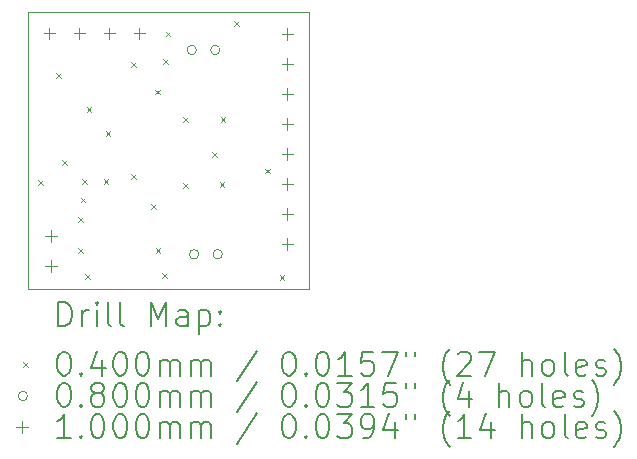
<source format=gbr>
%TF.GenerationSoftware,KiCad,Pcbnew,8.0.2*%
%TF.CreationDate,2024-05-07T13:50:07-06:00*%
%TF.ProjectId,encoder_protyping_board_high_current,656e636f-6465-4725-9f70-726f74797069,rev?*%
%TF.SameCoordinates,Original*%
%TF.FileFunction,Drillmap*%
%TF.FilePolarity,Positive*%
%FSLAX45Y45*%
G04 Gerber Fmt 4.5, Leading zero omitted, Abs format (unit mm)*
G04 Created by KiCad (PCBNEW 8.0.2) date 2024-05-07 13:50:07*
%MOMM*%
%LPD*%
G01*
G04 APERTURE LIST*
%ADD10C,0.100000*%
%ADD11C,0.200000*%
G04 APERTURE END LIST*
D10*
X18480000Y-9525000D02*
X20860000Y-9525000D01*
X20860000Y-11870000D01*
X18480000Y-11870000D01*
X18480000Y-9525000D01*
D11*
D10*
X18565000Y-10955000D02*
X18605000Y-10995000D01*
X18605000Y-10955000D02*
X18565000Y-10995000D01*
X18715000Y-10045000D02*
X18755000Y-10085000D01*
X18755000Y-10045000D02*
X18715000Y-10085000D01*
X18770000Y-10780000D02*
X18810000Y-10820000D01*
X18810000Y-10780000D02*
X18770000Y-10820000D01*
X18905000Y-11265000D02*
X18945000Y-11305000D01*
X18945000Y-11265000D02*
X18905000Y-11305000D01*
X18905000Y-11525000D02*
X18945000Y-11565000D01*
X18945000Y-11525000D02*
X18905000Y-11565000D01*
X18925000Y-11100000D02*
X18965000Y-11140000D01*
X18965000Y-11100000D02*
X18925000Y-11140000D01*
X18935000Y-10945000D02*
X18975000Y-10985000D01*
X18975000Y-10945000D02*
X18935000Y-10985000D01*
X18960000Y-11750000D02*
X19000000Y-11790000D01*
X19000000Y-11750000D02*
X18960000Y-11790000D01*
X18975000Y-10335000D02*
X19015000Y-10375000D01*
X19015000Y-10335000D02*
X18975000Y-10375000D01*
X19120000Y-10945000D02*
X19160000Y-10985000D01*
X19160000Y-10945000D02*
X19120000Y-10985000D01*
X19135000Y-10540000D02*
X19175000Y-10580000D01*
X19175000Y-10540000D02*
X19135000Y-10580000D01*
X19350000Y-9955000D02*
X19390000Y-9995000D01*
X19390000Y-9955000D02*
X19350000Y-9995000D01*
X19350000Y-10900000D02*
X19390000Y-10940000D01*
X19390000Y-10900000D02*
X19350000Y-10940000D01*
X19520000Y-11155000D02*
X19560000Y-11195000D01*
X19560000Y-11155000D02*
X19520000Y-11195000D01*
X19555000Y-10185000D02*
X19595000Y-10225000D01*
X19595000Y-10185000D02*
X19555000Y-10225000D01*
X19560000Y-11525000D02*
X19600000Y-11565000D01*
X19600000Y-11525000D02*
X19560000Y-11565000D01*
X19615000Y-11740000D02*
X19655000Y-11780000D01*
X19655000Y-11740000D02*
X19615000Y-11780000D01*
X19620000Y-9925000D02*
X19660000Y-9965000D01*
X19660000Y-9925000D02*
X19620000Y-9965000D01*
X19645000Y-9695000D02*
X19685000Y-9735000D01*
X19685000Y-9695000D02*
X19645000Y-9735000D01*
X19790000Y-10420000D02*
X19830000Y-10460000D01*
X19830000Y-10420000D02*
X19790000Y-10460000D01*
X19790000Y-10975000D02*
X19830000Y-11015000D01*
X19830000Y-10975000D02*
X19790000Y-11015000D01*
X20040000Y-10715000D02*
X20080000Y-10755000D01*
X20080000Y-10715000D02*
X20040000Y-10755000D01*
X20100000Y-10970000D02*
X20140000Y-11010000D01*
X20140000Y-10970000D02*
X20100000Y-11010000D01*
X20110000Y-10420000D02*
X20150000Y-10460000D01*
X20150000Y-10420000D02*
X20110000Y-10460000D01*
X20225000Y-9605000D02*
X20265000Y-9645000D01*
X20265000Y-9605000D02*
X20225000Y-9645000D01*
X20485000Y-10855000D02*
X20525000Y-10895000D01*
X20525000Y-10855000D02*
X20485000Y-10895000D01*
X20610000Y-11755000D02*
X20650000Y-11795000D01*
X20650000Y-11755000D02*
X20610000Y-11795000D01*
X19904489Y-9850000D02*
G75*
G02*
X19824489Y-9850000I-40000J0D01*
G01*
X19824489Y-9850000D02*
G75*
G02*
X19904489Y-9850000I40000J0D01*
G01*
X19924489Y-11580000D02*
G75*
G02*
X19844489Y-11580000I-40000J0D01*
G01*
X19844489Y-11580000D02*
G75*
G02*
X19924489Y-11580000I40000J0D01*
G01*
X20104489Y-9850000D02*
G75*
G02*
X20024489Y-9850000I-40000J0D01*
G01*
X20024489Y-9850000D02*
G75*
G02*
X20104489Y-9850000I40000J0D01*
G01*
X20124489Y-11580000D02*
G75*
G02*
X20044489Y-11580000I-40000J0D01*
G01*
X20044489Y-11580000D02*
G75*
G02*
X20124489Y-11580000I40000J0D01*
G01*
X18660000Y-9660000D02*
X18660000Y-9760000D01*
X18610000Y-9710000D02*
X18710000Y-9710000D01*
X18670000Y-11372500D02*
X18670000Y-11472500D01*
X18620000Y-11422500D02*
X18720000Y-11422500D01*
X18670000Y-11626500D02*
X18670000Y-11726500D01*
X18620000Y-11676500D02*
X18720000Y-11676500D01*
X18914000Y-9660000D02*
X18914000Y-9760000D01*
X18864000Y-9710000D02*
X18964000Y-9710000D01*
X19168000Y-9660000D02*
X19168000Y-9760000D01*
X19118000Y-9710000D02*
X19218000Y-9710000D01*
X19422000Y-9660000D02*
X19422000Y-9760000D01*
X19372000Y-9710000D02*
X19472000Y-9710000D01*
X20675000Y-9665000D02*
X20675000Y-9765000D01*
X20625000Y-9715000D02*
X20725000Y-9715000D01*
X20675000Y-9919000D02*
X20675000Y-10019000D01*
X20625000Y-9969000D02*
X20725000Y-9969000D01*
X20675000Y-10173000D02*
X20675000Y-10273000D01*
X20625000Y-10223000D02*
X20725000Y-10223000D01*
X20675000Y-10427000D02*
X20675000Y-10527000D01*
X20625000Y-10477000D02*
X20725000Y-10477000D01*
X20675000Y-10681000D02*
X20675000Y-10781000D01*
X20625000Y-10731000D02*
X20725000Y-10731000D01*
X20675000Y-10935000D02*
X20675000Y-11035000D01*
X20625000Y-10985000D02*
X20725000Y-10985000D01*
X20675000Y-11189000D02*
X20675000Y-11289000D01*
X20625000Y-11239000D02*
X20725000Y-11239000D01*
X20675000Y-11443000D02*
X20675000Y-11543000D01*
X20625000Y-11493000D02*
X20725000Y-11493000D01*
D11*
X18735777Y-12186484D02*
X18735777Y-11986484D01*
X18735777Y-11986484D02*
X18783396Y-11986484D01*
X18783396Y-11986484D02*
X18811967Y-11996008D01*
X18811967Y-11996008D02*
X18831015Y-12015055D01*
X18831015Y-12015055D02*
X18840539Y-12034103D01*
X18840539Y-12034103D02*
X18850063Y-12072198D01*
X18850063Y-12072198D02*
X18850063Y-12100769D01*
X18850063Y-12100769D02*
X18840539Y-12138865D01*
X18840539Y-12138865D02*
X18831015Y-12157912D01*
X18831015Y-12157912D02*
X18811967Y-12176960D01*
X18811967Y-12176960D02*
X18783396Y-12186484D01*
X18783396Y-12186484D02*
X18735777Y-12186484D01*
X18935777Y-12186484D02*
X18935777Y-12053150D01*
X18935777Y-12091246D02*
X18945301Y-12072198D01*
X18945301Y-12072198D02*
X18954824Y-12062674D01*
X18954824Y-12062674D02*
X18973872Y-12053150D01*
X18973872Y-12053150D02*
X18992920Y-12053150D01*
X19059586Y-12186484D02*
X19059586Y-12053150D01*
X19059586Y-11986484D02*
X19050063Y-11996008D01*
X19050063Y-11996008D02*
X19059586Y-12005531D01*
X19059586Y-12005531D02*
X19069110Y-11996008D01*
X19069110Y-11996008D02*
X19059586Y-11986484D01*
X19059586Y-11986484D02*
X19059586Y-12005531D01*
X19183396Y-12186484D02*
X19164348Y-12176960D01*
X19164348Y-12176960D02*
X19154824Y-12157912D01*
X19154824Y-12157912D02*
X19154824Y-11986484D01*
X19288158Y-12186484D02*
X19269110Y-12176960D01*
X19269110Y-12176960D02*
X19259586Y-12157912D01*
X19259586Y-12157912D02*
X19259586Y-11986484D01*
X19516729Y-12186484D02*
X19516729Y-11986484D01*
X19516729Y-11986484D02*
X19583396Y-12129341D01*
X19583396Y-12129341D02*
X19650063Y-11986484D01*
X19650063Y-11986484D02*
X19650063Y-12186484D01*
X19831015Y-12186484D02*
X19831015Y-12081722D01*
X19831015Y-12081722D02*
X19821491Y-12062674D01*
X19821491Y-12062674D02*
X19802444Y-12053150D01*
X19802444Y-12053150D02*
X19764348Y-12053150D01*
X19764348Y-12053150D02*
X19745301Y-12062674D01*
X19831015Y-12176960D02*
X19811967Y-12186484D01*
X19811967Y-12186484D02*
X19764348Y-12186484D01*
X19764348Y-12186484D02*
X19745301Y-12176960D01*
X19745301Y-12176960D02*
X19735777Y-12157912D01*
X19735777Y-12157912D02*
X19735777Y-12138865D01*
X19735777Y-12138865D02*
X19745301Y-12119817D01*
X19745301Y-12119817D02*
X19764348Y-12110293D01*
X19764348Y-12110293D02*
X19811967Y-12110293D01*
X19811967Y-12110293D02*
X19831015Y-12100769D01*
X19926253Y-12053150D02*
X19926253Y-12253150D01*
X19926253Y-12062674D02*
X19945301Y-12053150D01*
X19945301Y-12053150D02*
X19983396Y-12053150D01*
X19983396Y-12053150D02*
X20002444Y-12062674D01*
X20002444Y-12062674D02*
X20011967Y-12072198D01*
X20011967Y-12072198D02*
X20021491Y-12091246D01*
X20021491Y-12091246D02*
X20021491Y-12148388D01*
X20021491Y-12148388D02*
X20011967Y-12167436D01*
X20011967Y-12167436D02*
X20002444Y-12176960D01*
X20002444Y-12176960D02*
X19983396Y-12186484D01*
X19983396Y-12186484D02*
X19945301Y-12186484D01*
X19945301Y-12186484D02*
X19926253Y-12176960D01*
X20107205Y-12167436D02*
X20116729Y-12176960D01*
X20116729Y-12176960D02*
X20107205Y-12186484D01*
X20107205Y-12186484D02*
X20097682Y-12176960D01*
X20097682Y-12176960D02*
X20107205Y-12167436D01*
X20107205Y-12167436D02*
X20107205Y-12186484D01*
X20107205Y-12062674D02*
X20116729Y-12072198D01*
X20116729Y-12072198D02*
X20107205Y-12081722D01*
X20107205Y-12081722D02*
X20097682Y-12072198D01*
X20097682Y-12072198D02*
X20107205Y-12062674D01*
X20107205Y-12062674D02*
X20107205Y-12081722D01*
D10*
X18435000Y-12495000D02*
X18475000Y-12535000D01*
X18475000Y-12495000D02*
X18435000Y-12535000D01*
D11*
X18773872Y-12406484D02*
X18792920Y-12406484D01*
X18792920Y-12406484D02*
X18811967Y-12416008D01*
X18811967Y-12416008D02*
X18821491Y-12425531D01*
X18821491Y-12425531D02*
X18831015Y-12444579D01*
X18831015Y-12444579D02*
X18840539Y-12482674D01*
X18840539Y-12482674D02*
X18840539Y-12530293D01*
X18840539Y-12530293D02*
X18831015Y-12568388D01*
X18831015Y-12568388D02*
X18821491Y-12587436D01*
X18821491Y-12587436D02*
X18811967Y-12596960D01*
X18811967Y-12596960D02*
X18792920Y-12606484D01*
X18792920Y-12606484D02*
X18773872Y-12606484D01*
X18773872Y-12606484D02*
X18754824Y-12596960D01*
X18754824Y-12596960D02*
X18745301Y-12587436D01*
X18745301Y-12587436D02*
X18735777Y-12568388D01*
X18735777Y-12568388D02*
X18726253Y-12530293D01*
X18726253Y-12530293D02*
X18726253Y-12482674D01*
X18726253Y-12482674D02*
X18735777Y-12444579D01*
X18735777Y-12444579D02*
X18745301Y-12425531D01*
X18745301Y-12425531D02*
X18754824Y-12416008D01*
X18754824Y-12416008D02*
X18773872Y-12406484D01*
X18926253Y-12587436D02*
X18935777Y-12596960D01*
X18935777Y-12596960D02*
X18926253Y-12606484D01*
X18926253Y-12606484D02*
X18916729Y-12596960D01*
X18916729Y-12596960D02*
X18926253Y-12587436D01*
X18926253Y-12587436D02*
X18926253Y-12606484D01*
X19107205Y-12473150D02*
X19107205Y-12606484D01*
X19059586Y-12396960D02*
X19011967Y-12539817D01*
X19011967Y-12539817D02*
X19135777Y-12539817D01*
X19250063Y-12406484D02*
X19269110Y-12406484D01*
X19269110Y-12406484D02*
X19288158Y-12416008D01*
X19288158Y-12416008D02*
X19297682Y-12425531D01*
X19297682Y-12425531D02*
X19307205Y-12444579D01*
X19307205Y-12444579D02*
X19316729Y-12482674D01*
X19316729Y-12482674D02*
X19316729Y-12530293D01*
X19316729Y-12530293D02*
X19307205Y-12568388D01*
X19307205Y-12568388D02*
X19297682Y-12587436D01*
X19297682Y-12587436D02*
X19288158Y-12596960D01*
X19288158Y-12596960D02*
X19269110Y-12606484D01*
X19269110Y-12606484D02*
X19250063Y-12606484D01*
X19250063Y-12606484D02*
X19231015Y-12596960D01*
X19231015Y-12596960D02*
X19221491Y-12587436D01*
X19221491Y-12587436D02*
X19211967Y-12568388D01*
X19211967Y-12568388D02*
X19202444Y-12530293D01*
X19202444Y-12530293D02*
X19202444Y-12482674D01*
X19202444Y-12482674D02*
X19211967Y-12444579D01*
X19211967Y-12444579D02*
X19221491Y-12425531D01*
X19221491Y-12425531D02*
X19231015Y-12416008D01*
X19231015Y-12416008D02*
X19250063Y-12406484D01*
X19440539Y-12406484D02*
X19459586Y-12406484D01*
X19459586Y-12406484D02*
X19478634Y-12416008D01*
X19478634Y-12416008D02*
X19488158Y-12425531D01*
X19488158Y-12425531D02*
X19497682Y-12444579D01*
X19497682Y-12444579D02*
X19507205Y-12482674D01*
X19507205Y-12482674D02*
X19507205Y-12530293D01*
X19507205Y-12530293D02*
X19497682Y-12568388D01*
X19497682Y-12568388D02*
X19488158Y-12587436D01*
X19488158Y-12587436D02*
X19478634Y-12596960D01*
X19478634Y-12596960D02*
X19459586Y-12606484D01*
X19459586Y-12606484D02*
X19440539Y-12606484D01*
X19440539Y-12606484D02*
X19421491Y-12596960D01*
X19421491Y-12596960D02*
X19411967Y-12587436D01*
X19411967Y-12587436D02*
X19402444Y-12568388D01*
X19402444Y-12568388D02*
X19392920Y-12530293D01*
X19392920Y-12530293D02*
X19392920Y-12482674D01*
X19392920Y-12482674D02*
X19402444Y-12444579D01*
X19402444Y-12444579D02*
X19411967Y-12425531D01*
X19411967Y-12425531D02*
X19421491Y-12416008D01*
X19421491Y-12416008D02*
X19440539Y-12406484D01*
X19592920Y-12606484D02*
X19592920Y-12473150D01*
X19592920Y-12492198D02*
X19602444Y-12482674D01*
X19602444Y-12482674D02*
X19621491Y-12473150D01*
X19621491Y-12473150D02*
X19650063Y-12473150D01*
X19650063Y-12473150D02*
X19669110Y-12482674D01*
X19669110Y-12482674D02*
X19678634Y-12501722D01*
X19678634Y-12501722D02*
X19678634Y-12606484D01*
X19678634Y-12501722D02*
X19688158Y-12482674D01*
X19688158Y-12482674D02*
X19707205Y-12473150D01*
X19707205Y-12473150D02*
X19735777Y-12473150D01*
X19735777Y-12473150D02*
X19754825Y-12482674D01*
X19754825Y-12482674D02*
X19764348Y-12501722D01*
X19764348Y-12501722D02*
X19764348Y-12606484D01*
X19859586Y-12606484D02*
X19859586Y-12473150D01*
X19859586Y-12492198D02*
X19869110Y-12482674D01*
X19869110Y-12482674D02*
X19888158Y-12473150D01*
X19888158Y-12473150D02*
X19916729Y-12473150D01*
X19916729Y-12473150D02*
X19935777Y-12482674D01*
X19935777Y-12482674D02*
X19945301Y-12501722D01*
X19945301Y-12501722D02*
X19945301Y-12606484D01*
X19945301Y-12501722D02*
X19954825Y-12482674D01*
X19954825Y-12482674D02*
X19973872Y-12473150D01*
X19973872Y-12473150D02*
X20002444Y-12473150D01*
X20002444Y-12473150D02*
X20021491Y-12482674D01*
X20021491Y-12482674D02*
X20031015Y-12501722D01*
X20031015Y-12501722D02*
X20031015Y-12606484D01*
X20421491Y-12396960D02*
X20250063Y-12654103D01*
X20678634Y-12406484D02*
X20697682Y-12406484D01*
X20697682Y-12406484D02*
X20716729Y-12416008D01*
X20716729Y-12416008D02*
X20726253Y-12425531D01*
X20726253Y-12425531D02*
X20735777Y-12444579D01*
X20735777Y-12444579D02*
X20745301Y-12482674D01*
X20745301Y-12482674D02*
X20745301Y-12530293D01*
X20745301Y-12530293D02*
X20735777Y-12568388D01*
X20735777Y-12568388D02*
X20726253Y-12587436D01*
X20726253Y-12587436D02*
X20716729Y-12596960D01*
X20716729Y-12596960D02*
X20697682Y-12606484D01*
X20697682Y-12606484D02*
X20678634Y-12606484D01*
X20678634Y-12606484D02*
X20659587Y-12596960D01*
X20659587Y-12596960D02*
X20650063Y-12587436D01*
X20650063Y-12587436D02*
X20640539Y-12568388D01*
X20640539Y-12568388D02*
X20631015Y-12530293D01*
X20631015Y-12530293D02*
X20631015Y-12482674D01*
X20631015Y-12482674D02*
X20640539Y-12444579D01*
X20640539Y-12444579D02*
X20650063Y-12425531D01*
X20650063Y-12425531D02*
X20659587Y-12416008D01*
X20659587Y-12416008D02*
X20678634Y-12406484D01*
X20831015Y-12587436D02*
X20840539Y-12596960D01*
X20840539Y-12596960D02*
X20831015Y-12606484D01*
X20831015Y-12606484D02*
X20821491Y-12596960D01*
X20821491Y-12596960D02*
X20831015Y-12587436D01*
X20831015Y-12587436D02*
X20831015Y-12606484D01*
X20964348Y-12406484D02*
X20983396Y-12406484D01*
X20983396Y-12406484D02*
X21002444Y-12416008D01*
X21002444Y-12416008D02*
X21011968Y-12425531D01*
X21011968Y-12425531D02*
X21021491Y-12444579D01*
X21021491Y-12444579D02*
X21031015Y-12482674D01*
X21031015Y-12482674D02*
X21031015Y-12530293D01*
X21031015Y-12530293D02*
X21021491Y-12568388D01*
X21021491Y-12568388D02*
X21011968Y-12587436D01*
X21011968Y-12587436D02*
X21002444Y-12596960D01*
X21002444Y-12596960D02*
X20983396Y-12606484D01*
X20983396Y-12606484D02*
X20964348Y-12606484D01*
X20964348Y-12606484D02*
X20945301Y-12596960D01*
X20945301Y-12596960D02*
X20935777Y-12587436D01*
X20935777Y-12587436D02*
X20926253Y-12568388D01*
X20926253Y-12568388D02*
X20916729Y-12530293D01*
X20916729Y-12530293D02*
X20916729Y-12482674D01*
X20916729Y-12482674D02*
X20926253Y-12444579D01*
X20926253Y-12444579D02*
X20935777Y-12425531D01*
X20935777Y-12425531D02*
X20945301Y-12416008D01*
X20945301Y-12416008D02*
X20964348Y-12406484D01*
X21221491Y-12606484D02*
X21107206Y-12606484D01*
X21164348Y-12606484D02*
X21164348Y-12406484D01*
X21164348Y-12406484D02*
X21145301Y-12435055D01*
X21145301Y-12435055D02*
X21126253Y-12454103D01*
X21126253Y-12454103D02*
X21107206Y-12463627D01*
X21402444Y-12406484D02*
X21307206Y-12406484D01*
X21307206Y-12406484D02*
X21297682Y-12501722D01*
X21297682Y-12501722D02*
X21307206Y-12492198D01*
X21307206Y-12492198D02*
X21326253Y-12482674D01*
X21326253Y-12482674D02*
X21373872Y-12482674D01*
X21373872Y-12482674D02*
X21392920Y-12492198D01*
X21392920Y-12492198D02*
X21402444Y-12501722D01*
X21402444Y-12501722D02*
X21411968Y-12520769D01*
X21411968Y-12520769D02*
X21411968Y-12568388D01*
X21411968Y-12568388D02*
X21402444Y-12587436D01*
X21402444Y-12587436D02*
X21392920Y-12596960D01*
X21392920Y-12596960D02*
X21373872Y-12606484D01*
X21373872Y-12606484D02*
X21326253Y-12606484D01*
X21326253Y-12606484D02*
X21307206Y-12596960D01*
X21307206Y-12596960D02*
X21297682Y-12587436D01*
X21478634Y-12406484D02*
X21611968Y-12406484D01*
X21611968Y-12406484D02*
X21526253Y-12606484D01*
X21678634Y-12406484D02*
X21678634Y-12444579D01*
X21754825Y-12406484D02*
X21754825Y-12444579D01*
X22050063Y-12682674D02*
X22040539Y-12673150D01*
X22040539Y-12673150D02*
X22021491Y-12644579D01*
X22021491Y-12644579D02*
X22011968Y-12625531D01*
X22011968Y-12625531D02*
X22002444Y-12596960D01*
X22002444Y-12596960D02*
X21992920Y-12549341D01*
X21992920Y-12549341D02*
X21992920Y-12511246D01*
X21992920Y-12511246D02*
X22002444Y-12463627D01*
X22002444Y-12463627D02*
X22011968Y-12435055D01*
X22011968Y-12435055D02*
X22021491Y-12416008D01*
X22021491Y-12416008D02*
X22040539Y-12387436D01*
X22040539Y-12387436D02*
X22050063Y-12377912D01*
X22116730Y-12425531D02*
X22126253Y-12416008D01*
X22126253Y-12416008D02*
X22145301Y-12406484D01*
X22145301Y-12406484D02*
X22192920Y-12406484D01*
X22192920Y-12406484D02*
X22211968Y-12416008D01*
X22211968Y-12416008D02*
X22221491Y-12425531D01*
X22221491Y-12425531D02*
X22231015Y-12444579D01*
X22231015Y-12444579D02*
X22231015Y-12463627D01*
X22231015Y-12463627D02*
X22221491Y-12492198D01*
X22221491Y-12492198D02*
X22107206Y-12606484D01*
X22107206Y-12606484D02*
X22231015Y-12606484D01*
X22297682Y-12406484D02*
X22431015Y-12406484D01*
X22431015Y-12406484D02*
X22345301Y-12606484D01*
X22659587Y-12606484D02*
X22659587Y-12406484D01*
X22745301Y-12606484D02*
X22745301Y-12501722D01*
X22745301Y-12501722D02*
X22735777Y-12482674D01*
X22735777Y-12482674D02*
X22716730Y-12473150D01*
X22716730Y-12473150D02*
X22688158Y-12473150D01*
X22688158Y-12473150D02*
X22669110Y-12482674D01*
X22669110Y-12482674D02*
X22659587Y-12492198D01*
X22869110Y-12606484D02*
X22850063Y-12596960D01*
X22850063Y-12596960D02*
X22840539Y-12587436D01*
X22840539Y-12587436D02*
X22831015Y-12568388D01*
X22831015Y-12568388D02*
X22831015Y-12511246D01*
X22831015Y-12511246D02*
X22840539Y-12492198D01*
X22840539Y-12492198D02*
X22850063Y-12482674D01*
X22850063Y-12482674D02*
X22869110Y-12473150D01*
X22869110Y-12473150D02*
X22897682Y-12473150D01*
X22897682Y-12473150D02*
X22916730Y-12482674D01*
X22916730Y-12482674D02*
X22926253Y-12492198D01*
X22926253Y-12492198D02*
X22935777Y-12511246D01*
X22935777Y-12511246D02*
X22935777Y-12568388D01*
X22935777Y-12568388D02*
X22926253Y-12587436D01*
X22926253Y-12587436D02*
X22916730Y-12596960D01*
X22916730Y-12596960D02*
X22897682Y-12606484D01*
X22897682Y-12606484D02*
X22869110Y-12606484D01*
X23050063Y-12606484D02*
X23031015Y-12596960D01*
X23031015Y-12596960D02*
X23021491Y-12577912D01*
X23021491Y-12577912D02*
X23021491Y-12406484D01*
X23202444Y-12596960D02*
X23183396Y-12606484D01*
X23183396Y-12606484D02*
X23145301Y-12606484D01*
X23145301Y-12606484D02*
X23126253Y-12596960D01*
X23126253Y-12596960D02*
X23116730Y-12577912D01*
X23116730Y-12577912D02*
X23116730Y-12501722D01*
X23116730Y-12501722D02*
X23126253Y-12482674D01*
X23126253Y-12482674D02*
X23145301Y-12473150D01*
X23145301Y-12473150D02*
X23183396Y-12473150D01*
X23183396Y-12473150D02*
X23202444Y-12482674D01*
X23202444Y-12482674D02*
X23211968Y-12501722D01*
X23211968Y-12501722D02*
X23211968Y-12520769D01*
X23211968Y-12520769D02*
X23116730Y-12539817D01*
X23288158Y-12596960D02*
X23307206Y-12606484D01*
X23307206Y-12606484D02*
X23345301Y-12606484D01*
X23345301Y-12606484D02*
X23364349Y-12596960D01*
X23364349Y-12596960D02*
X23373872Y-12577912D01*
X23373872Y-12577912D02*
X23373872Y-12568388D01*
X23373872Y-12568388D02*
X23364349Y-12549341D01*
X23364349Y-12549341D02*
X23345301Y-12539817D01*
X23345301Y-12539817D02*
X23316730Y-12539817D01*
X23316730Y-12539817D02*
X23297682Y-12530293D01*
X23297682Y-12530293D02*
X23288158Y-12511246D01*
X23288158Y-12511246D02*
X23288158Y-12501722D01*
X23288158Y-12501722D02*
X23297682Y-12482674D01*
X23297682Y-12482674D02*
X23316730Y-12473150D01*
X23316730Y-12473150D02*
X23345301Y-12473150D01*
X23345301Y-12473150D02*
X23364349Y-12482674D01*
X23440539Y-12682674D02*
X23450063Y-12673150D01*
X23450063Y-12673150D02*
X23469111Y-12644579D01*
X23469111Y-12644579D02*
X23478634Y-12625531D01*
X23478634Y-12625531D02*
X23488158Y-12596960D01*
X23488158Y-12596960D02*
X23497682Y-12549341D01*
X23497682Y-12549341D02*
X23497682Y-12511246D01*
X23497682Y-12511246D02*
X23488158Y-12463627D01*
X23488158Y-12463627D02*
X23478634Y-12435055D01*
X23478634Y-12435055D02*
X23469111Y-12416008D01*
X23469111Y-12416008D02*
X23450063Y-12387436D01*
X23450063Y-12387436D02*
X23440539Y-12377912D01*
D10*
X18475000Y-12779000D02*
G75*
G02*
X18395000Y-12779000I-40000J0D01*
G01*
X18395000Y-12779000D02*
G75*
G02*
X18475000Y-12779000I40000J0D01*
G01*
D11*
X18773872Y-12670484D02*
X18792920Y-12670484D01*
X18792920Y-12670484D02*
X18811967Y-12680008D01*
X18811967Y-12680008D02*
X18821491Y-12689531D01*
X18821491Y-12689531D02*
X18831015Y-12708579D01*
X18831015Y-12708579D02*
X18840539Y-12746674D01*
X18840539Y-12746674D02*
X18840539Y-12794293D01*
X18840539Y-12794293D02*
X18831015Y-12832388D01*
X18831015Y-12832388D02*
X18821491Y-12851436D01*
X18821491Y-12851436D02*
X18811967Y-12860960D01*
X18811967Y-12860960D02*
X18792920Y-12870484D01*
X18792920Y-12870484D02*
X18773872Y-12870484D01*
X18773872Y-12870484D02*
X18754824Y-12860960D01*
X18754824Y-12860960D02*
X18745301Y-12851436D01*
X18745301Y-12851436D02*
X18735777Y-12832388D01*
X18735777Y-12832388D02*
X18726253Y-12794293D01*
X18726253Y-12794293D02*
X18726253Y-12746674D01*
X18726253Y-12746674D02*
X18735777Y-12708579D01*
X18735777Y-12708579D02*
X18745301Y-12689531D01*
X18745301Y-12689531D02*
X18754824Y-12680008D01*
X18754824Y-12680008D02*
X18773872Y-12670484D01*
X18926253Y-12851436D02*
X18935777Y-12860960D01*
X18935777Y-12860960D02*
X18926253Y-12870484D01*
X18926253Y-12870484D02*
X18916729Y-12860960D01*
X18916729Y-12860960D02*
X18926253Y-12851436D01*
X18926253Y-12851436D02*
X18926253Y-12870484D01*
X19050063Y-12756198D02*
X19031015Y-12746674D01*
X19031015Y-12746674D02*
X19021491Y-12737150D01*
X19021491Y-12737150D02*
X19011967Y-12718103D01*
X19011967Y-12718103D02*
X19011967Y-12708579D01*
X19011967Y-12708579D02*
X19021491Y-12689531D01*
X19021491Y-12689531D02*
X19031015Y-12680008D01*
X19031015Y-12680008D02*
X19050063Y-12670484D01*
X19050063Y-12670484D02*
X19088158Y-12670484D01*
X19088158Y-12670484D02*
X19107205Y-12680008D01*
X19107205Y-12680008D02*
X19116729Y-12689531D01*
X19116729Y-12689531D02*
X19126253Y-12708579D01*
X19126253Y-12708579D02*
X19126253Y-12718103D01*
X19126253Y-12718103D02*
X19116729Y-12737150D01*
X19116729Y-12737150D02*
X19107205Y-12746674D01*
X19107205Y-12746674D02*
X19088158Y-12756198D01*
X19088158Y-12756198D02*
X19050063Y-12756198D01*
X19050063Y-12756198D02*
X19031015Y-12765722D01*
X19031015Y-12765722D02*
X19021491Y-12775246D01*
X19021491Y-12775246D02*
X19011967Y-12794293D01*
X19011967Y-12794293D02*
X19011967Y-12832388D01*
X19011967Y-12832388D02*
X19021491Y-12851436D01*
X19021491Y-12851436D02*
X19031015Y-12860960D01*
X19031015Y-12860960D02*
X19050063Y-12870484D01*
X19050063Y-12870484D02*
X19088158Y-12870484D01*
X19088158Y-12870484D02*
X19107205Y-12860960D01*
X19107205Y-12860960D02*
X19116729Y-12851436D01*
X19116729Y-12851436D02*
X19126253Y-12832388D01*
X19126253Y-12832388D02*
X19126253Y-12794293D01*
X19126253Y-12794293D02*
X19116729Y-12775246D01*
X19116729Y-12775246D02*
X19107205Y-12765722D01*
X19107205Y-12765722D02*
X19088158Y-12756198D01*
X19250063Y-12670484D02*
X19269110Y-12670484D01*
X19269110Y-12670484D02*
X19288158Y-12680008D01*
X19288158Y-12680008D02*
X19297682Y-12689531D01*
X19297682Y-12689531D02*
X19307205Y-12708579D01*
X19307205Y-12708579D02*
X19316729Y-12746674D01*
X19316729Y-12746674D02*
X19316729Y-12794293D01*
X19316729Y-12794293D02*
X19307205Y-12832388D01*
X19307205Y-12832388D02*
X19297682Y-12851436D01*
X19297682Y-12851436D02*
X19288158Y-12860960D01*
X19288158Y-12860960D02*
X19269110Y-12870484D01*
X19269110Y-12870484D02*
X19250063Y-12870484D01*
X19250063Y-12870484D02*
X19231015Y-12860960D01*
X19231015Y-12860960D02*
X19221491Y-12851436D01*
X19221491Y-12851436D02*
X19211967Y-12832388D01*
X19211967Y-12832388D02*
X19202444Y-12794293D01*
X19202444Y-12794293D02*
X19202444Y-12746674D01*
X19202444Y-12746674D02*
X19211967Y-12708579D01*
X19211967Y-12708579D02*
X19221491Y-12689531D01*
X19221491Y-12689531D02*
X19231015Y-12680008D01*
X19231015Y-12680008D02*
X19250063Y-12670484D01*
X19440539Y-12670484D02*
X19459586Y-12670484D01*
X19459586Y-12670484D02*
X19478634Y-12680008D01*
X19478634Y-12680008D02*
X19488158Y-12689531D01*
X19488158Y-12689531D02*
X19497682Y-12708579D01*
X19497682Y-12708579D02*
X19507205Y-12746674D01*
X19507205Y-12746674D02*
X19507205Y-12794293D01*
X19507205Y-12794293D02*
X19497682Y-12832388D01*
X19497682Y-12832388D02*
X19488158Y-12851436D01*
X19488158Y-12851436D02*
X19478634Y-12860960D01*
X19478634Y-12860960D02*
X19459586Y-12870484D01*
X19459586Y-12870484D02*
X19440539Y-12870484D01*
X19440539Y-12870484D02*
X19421491Y-12860960D01*
X19421491Y-12860960D02*
X19411967Y-12851436D01*
X19411967Y-12851436D02*
X19402444Y-12832388D01*
X19402444Y-12832388D02*
X19392920Y-12794293D01*
X19392920Y-12794293D02*
X19392920Y-12746674D01*
X19392920Y-12746674D02*
X19402444Y-12708579D01*
X19402444Y-12708579D02*
X19411967Y-12689531D01*
X19411967Y-12689531D02*
X19421491Y-12680008D01*
X19421491Y-12680008D02*
X19440539Y-12670484D01*
X19592920Y-12870484D02*
X19592920Y-12737150D01*
X19592920Y-12756198D02*
X19602444Y-12746674D01*
X19602444Y-12746674D02*
X19621491Y-12737150D01*
X19621491Y-12737150D02*
X19650063Y-12737150D01*
X19650063Y-12737150D02*
X19669110Y-12746674D01*
X19669110Y-12746674D02*
X19678634Y-12765722D01*
X19678634Y-12765722D02*
X19678634Y-12870484D01*
X19678634Y-12765722D02*
X19688158Y-12746674D01*
X19688158Y-12746674D02*
X19707205Y-12737150D01*
X19707205Y-12737150D02*
X19735777Y-12737150D01*
X19735777Y-12737150D02*
X19754825Y-12746674D01*
X19754825Y-12746674D02*
X19764348Y-12765722D01*
X19764348Y-12765722D02*
X19764348Y-12870484D01*
X19859586Y-12870484D02*
X19859586Y-12737150D01*
X19859586Y-12756198D02*
X19869110Y-12746674D01*
X19869110Y-12746674D02*
X19888158Y-12737150D01*
X19888158Y-12737150D02*
X19916729Y-12737150D01*
X19916729Y-12737150D02*
X19935777Y-12746674D01*
X19935777Y-12746674D02*
X19945301Y-12765722D01*
X19945301Y-12765722D02*
X19945301Y-12870484D01*
X19945301Y-12765722D02*
X19954825Y-12746674D01*
X19954825Y-12746674D02*
X19973872Y-12737150D01*
X19973872Y-12737150D02*
X20002444Y-12737150D01*
X20002444Y-12737150D02*
X20021491Y-12746674D01*
X20021491Y-12746674D02*
X20031015Y-12765722D01*
X20031015Y-12765722D02*
X20031015Y-12870484D01*
X20421491Y-12660960D02*
X20250063Y-12918103D01*
X20678634Y-12670484D02*
X20697682Y-12670484D01*
X20697682Y-12670484D02*
X20716729Y-12680008D01*
X20716729Y-12680008D02*
X20726253Y-12689531D01*
X20726253Y-12689531D02*
X20735777Y-12708579D01*
X20735777Y-12708579D02*
X20745301Y-12746674D01*
X20745301Y-12746674D02*
X20745301Y-12794293D01*
X20745301Y-12794293D02*
X20735777Y-12832388D01*
X20735777Y-12832388D02*
X20726253Y-12851436D01*
X20726253Y-12851436D02*
X20716729Y-12860960D01*
X20716729Y-12860960D02*
X20697682Y-12870484D01*
X20697682Y-12870484D02*
X20678634Y-12870484D01*
X20678634Y-12870484D02*
X20659587Y-12860960D01*
X20659587Y-12860960D02*
X20650063Y-12851436D01*
X20650063Y-12851436D02*
X20640539Y-12832388D01*
X20640539Y-12832388D02*
X20631015Y-12794293D01*
X20631015Y-12794293D02*
X20631015Y-12746674D01*
X20631015Y-12746674D02*
X20640539Y-12708579D01*
X20640539Y-12708579D02*
X20650063Y-12689531D01*
X20650063Y-12689531D02*
X20659587Y-12680008D01*
X20659587Y-12680008D02*
X20678634Y-12670484D01*
X20831015Y-12851436D02*
X20840539Y-12860960D01*
X20840539Y-12860960D02*
X20831015Y-12870484D01*
X20831015Y-12870484D02*
X20821491Y-12860960D01*
X20821491Y-12860960D02*
X20831015Y-12851436D01*
X20831015Y-12851436D02*
X20831015Y-12870484D01*
X20964348Y-12670484D02*
X20983396Y-12670484D01*
X20983396Y-12670484D02*
X21002444Y-12680008D01*
X21002444Y-12680008D02*
X21011968Y-12689531D01*
X21011968Y-12689531D02*
X21021491Y-12708579D01*
X21021491Y-12708579D02*
X21031015Y-12746674D01*
X21031015Y-12746674D02*
X21031015Y-12794293D01*
X21031015Y-12794293D02*
X21021491Y-12832388D01*
X21021491Y-12832388D02*
X21011968Y-12851436D01*
X21011968Y-12851436D02*
X21002444Y-12860960D01*
X21002444Y-12860960D02*
X20983396Y-12870484D01*
X20983396Y-12870484D02*
X20964348Y-12870484D01*
X20964348Y-12870484D02*
X20945301Y-12860960D01*
X20945301Y-12860960D02*
X20935777Y-12851436D01*
X20935777Y-12851436D02*
X20926253Y-12832388D01*
X20926253Y-12832388D02*
X20916729Y-12794293D01*
X20916729Y-12794293D02*
X20916729Y-12746674D01*
X20916729Y-12746674D02*
X20926253Y-12708579D01*
X20926253Y-12708579D02*
X20935777Y-12689531D01*
X20935777Y-12689531D02*
X20945301Y-12680008D01*
X20945301Y-12680008D02*
X20964348Y-12670484D01*
X21097682Y-12670484D02*
X21221491Y-12670484D01*
X21221491Y-12670484D02*
X21154825Y-12746674D01*
X21154825Y-12746674D02*
X21183396Y-12746674D01*
X21183396Y-12746674D02*
X21202444Y-12756198D01*
X21202444Y-12756198D02*
X21211968Y-12765722D01*
X21211968Y-12765722D02*
X21221491Y-12784769D01*
X21221491Y-12784769D02*
X21221491Y-12832388D01*
X21221491Y-12832388D02*
X21211968Y-12851436D01*
X21211968Y-12851436D02*
X21202444Y-12860960D01*
X21202444Y-12860960D02*
X21183396Y-12870484D01*
X21183396Y-12870484D02*
X21126253Y-12870484D01*
X21126253Y-12870484D02*
X21107206Y-12860960D01*
X21107206Y-12860960D02*
X21097682Y-12851436D01*
X21411968Y-12870484D02*
X21297682Y-12870484D01*
X21354825Y-12870484D02*
X21354825Y-12670484D01*
X21354825Y-12670484D02*
X21335777Y-12699055D01*
X21335777Y-12699055D02*
X21316729Y-12718103D01*
X21316729Y-12718103D02*
X21297682Y-12727627D01*
X21592920Y-12670484D02*
X21497682Y-12670484D01*
X21497682Y-12670484D02*
X21488158Y-12765722D01*
X21488158Y-12765722D02*
X21497682Y-12756198D01*
X21497682Y-12756198D02*
X21516729Y-12746674D01*
X21516729Y-12746674D02*
X21564349Y-12746674D01*
X21564349Y-12746674D02*
X21583396Y-12756198D01*
X21583396Y-12756198D02*
X21592920Y-12765722D01*
X21592920Y-12765722D02*
X21602444Y-12784769D01*
X21602444Y-12784769D02*
X21602444Y-12832388D01*
X21602444Y-12832388D02*
X21592920Y-12851436D01*
X21592920Y-12851436D02*
X21583396Y-12860960D01*
X21583396Y-12860960D02*
X21564349Y-12870484D01*
X21564349Y-12870484D02*
X21516729Y-12870484D01*
X21516729Y-12870484D02*
X21497682Y-12860960D01*
X21497682Y-12860960D02*
X21488158Y-12851436D01*
X21678634Y-12670484D02*
X21678634Y-12708579D01*
X21754825Y-12670484D02*
X21754825Y-12708579D01*
X22050063Y-12946674D02*
X22040539Y-12937150D01*
X22040539Y-12937150D02*
X22021491Y-12908579D01*
X22021491Y-12908579D02*
X22011968Y-12889531D01*
X22011968Y-12889531D02*
X22002444Y-12860960D01*
X22002444Y-12860960D02*
X21992920Y-12813341D01*
X21992920Y-12813341D02*
X21992920Y-12775246D01*
X21992920Y-12775246D02*
X22002444Y-12727627D01*
X22002444Y-12727627D02*
X22011968Y-12699055D01*
X22011968Y-12699055D02*
X22021491Y-12680008D01*
X22021491Y-12680008D02*
X22040539Y-12651436D01*
X22040539Y-12651436D02*
X22050063Y-12641912D01*
X22211968Y-12737150D02*
X22211968Y-12870484D01*
X22164349Y-12660960D02*
X22116730Y-12803817D01*
X22116730Y-12803817D02*
X22240539Y-12803817D01*
X22469110Y-12870484D02*
X22469110Y-12670484D01*
X22554825Y-12870484D02*
X22554825Y-12765722D01*
X22554825Y-12765722D02*
X22545301Y-12746674D01*
X22545301Y-12746674D02*
X22526253Y-12737150D01*
X22526253Y-12737150D02*
X22497682Y-12737150D01*
X22497682Y-12737150D02*
X22478634Y-12746674D01*
X22478634Y-12746674D02*
X22469110Y-12756198D01*
X22678634Y-12870484D02*
X22659587Y-12860960D01*
X22659587Y-12860960D02*
X22650063Y-12851436D01*
X22650063Y-12851436D02*
X22640539Y-12832388D01*
X22640539Y-12832388D02*
X22640539Y-12775246D01*
X22640539Y-12775246D02*
X22650063Y-12756198D01*
X22650063Y-12756198D02*
X22659587Y-12746674D01*
X22659587Y-12746674D02*
X22678634Y-12737150D01*
X22678634Y-12737150D02*
X22707206Y-12737150D01*
X22707206Y-12737150D02*
X22726253Y-12746674D01*
X22726253Y-12746674D02*
X22735777Y-12756198D01*
X22735777Y-12756198D02*
X22745301Y-12775246D01*
X22745301Y-12775246D02*
X22745301Y-12832388D01*
X22745301Y-12832388D02*
X22735777Y-12851436D01*
X22735777Y-12851436D02*
X22726253Y-12860960D01*
X22726253Y-12860960D02*
X22707206Y-12870484D01*
X22707206Y-12870484D02*
X22678634Y-12870484D01*
X22859587Y-12870484D02*
X22840539Y-12860960D01*
X22840539Y-12860960D02*
X22831015Y-12841912D01*
X22831015Y-12841912D02*
X22831015Y-12670484D01*
X23011968Y-12860960D02*
X22992920Y-12870484D01*
X22992920Y-12870484D02*
X22954825Y-12870484D01*
X22954825Y-12870484D02*
X22935777Y-12860960D01*
X22935777Y-12860960D02*
X22926253Y-12841912D01*
X22926253Y-12841912D02*
X22926253Y-12765722D01*
X22926253Y-12765722D02*
X22935777Y-12746674D01*
X22935777Y-12746674D02*
X22954825Y-12737150D01*
X22954825Y-12737150D02*
X22992920Y-12737150D01*
X22992920Y-12737150D02*
X23011968Y-12746674D01*
X23011968Y-12746674D02*
X23021491Y-12765722D01*
X23021491Y-12765722D02*
X23021491Y-12784769D01*
X23021491Y-12784769D02*
X22926253Y-12803817D01*
X23097682Y-12860960D02*
X23116730Y-12870484D01*
X23116730Y-12870484D02*
X23154825Y-12870484D01*
X23154825Y-12870484D02*
X23173872Y-12860960D01*
X23173872Y-12860960D02*
X23183396Y-12841912D01*
X23183396Y-12841912D02*
X23183396Y-12832388D01*
X23183396Y-12832388D02*
X23173872Y-12813341D01*
X23173872Y-12813341D02*
X23154825Y-12803817D01*
X23154825Y-12803817D02*
X23126253Y-12803817D01*
X23126253Y-12803817D02*
X23107206Y-12794293D01*
X23107206Y-12794293D02*
X23097682Y-12775246D01*
X23097682Y-12775246D02*
X23097682Y-12765722D01*
X23097682Y-12765722D02*
X23107206Y-12746674D01*
X23107206Y-12746674D02*
X23126253Y-12737150D01*
X23126253Y-12737150D02*
X23154825Y-12737150D01*
X23154825Y-12737150D02*
X23173872Y-12746674D01*
X23250063Y-12946674D02*
X23259587Y-12937150D01*
X23259587Y-12937150D02*
X23278634Y-12908579D01*
X23278634Y-12908579D02*
X23288158Y-12889531D01*
X23288158Y-12889531D02*
X23297682Y-12860960D01*
X23297682Y-12860960D02*
X23307206Y-12813341D01*
X23307206Y-12813341D02*
X23307206Y-12775246D01*
X23307206Y-12775246D02*
X23297682Y-12727627D01*
X23297682Y-12727627D02*
X23288158Y-12699055D01*
X23288158Y-12699055D02*
X23278634Y-12680008D01*
X23278634Y-12680008D02*
X23259587Y-12651436D01*
X23259587Y-12651436D02*
X23250063Y-12641912D01*
D10*
X18425000Y-12993000D02*
X18425000Y-13093000D01*
X18375000Y-13043000D02*
X18475000Y-13043000D01*
D11*
X18840539Y-13134484D02*
X18726253Y-13134484D01*
X18783396Y-13134484D02*
X18783396Y-12934484D01*
X18783396Y-12934484D02*
X18764348Y-12963055D01*
X18764348Y-12963055D02*
X18745301Y-12982103D01*
X18745301Y-12982103D02*
X18726253Y-12991627D01*
X18926253Y-13115436D02*
X18935777Y-13124960D01*
X18935777Y-13124960D02*
X18926253Y-13134484D01*
X18926253Y-13134484D02*
X18916729Y-13124960D01*
X18916729Y-13124960D02*
X18926253Y-13115436D01*
X18926253Y-13115436D02*
X18926253Y-13134484D01*
X19059586Y-12934484D02*
X19078634Y-12934484D01*
X19078634Y-12934484D02*
X19097682Y-12944008D01*
X19097682Y-12944008D02*
X19107205Y-12953531D01*
X19107205Y-12953531D02*
X19116729Y-12972579D01*
X19116729Y-12972579D02*
X19126253Y-13010674D01*
X19126253Y-13010674D02*
X19126253Y-13058293D01*
X19126253Y-13058293D02*
X19116729Y-13096388D01*
X19116729Y-13096388D02*
X19107205Y-13115436D01*
X19107205Y-13115436D02*
X19097682Y-13124960D01*
X19097682Y-13124960D02*
X19078634Y-13134484D01*
X19078634Y-13134484D02*
X19059586Y-13134484D01*
X19059586Y-13134484D02*
X19040539Y-13124960D01*
X19040539Y-13124960D02*
X19031015Y-13115436D01*
X19031015Y-13115436D02*
X19021491Y-13096388D01*
X19021491Y-13096388D02*
X19011967Y-13058293D01*
X19011967Y-13058293D02*
X19011967Y-13010674D01*
X19011967Y-13010674D02*
X19021491Y-12972579D01*
X19021491Y-12972579D02*
X19031015Y-12953531D01*
X19031015Y-12953531D02*
X19040539Y-12944008D01*
X19040539Y-12944008D02*
X19059586Y-12934484D01*
X19250063Y-12934484D02*
X19269110Y-12934484D01*
X19269110Y-12934484D02*
X19288158Y-12944008D01*
X19288158Y-12944008D02*
X19297682Y-12953531D01*
X19297682Y-12953531D02*
X19307205Y-12972579D01*
X19307205Y-12972579D02*
X19316729Y-13010674D01*
X19316729Y-13010674D02*
X19316729Y-13058293D01*
X19316729Y-13058293D02*
X19307205Y-13096388D01*
X19307205Y-13096388D02*
X19297682Y-13115436D01*
X19297682Y-13115436D02*
X19288158Y-13124960D01*
X19288158Y-13124960D02*
X19269110Y-13134484D01*
X19269110Y-13134484D02*
X19250063Y-13134484D01*
X19250063Y-13134484D02*
X19231015Y-13124960D01*
X19231015Y-13124960D02*
X19221491Y-13115436D01*
X19221491Y-13115436D02*
X19211967Y-13096388D01*
X19211967Y-13096388D02*
X19202444Y-13058293D01*
X19202444Y-13058293D02*
X19202444Y-13010674D01*
X19202444Y-13010674D02*
X19211967Y-12972579D01*
X19211967Y-12972579D02*
X19221491Y-12953531D01*
X19221491Y-12953531D02*
X19231015Y-12944008D01*
X19231015Y-12944008D02*
X19250063Y-12934484D01*
X19440539Y-12934484D02*
X19459586Y-12934484D01*
X19459586Y-12934484D02*
X19478634Y-12944008D01*
X19478634Y-12944008D02*
X19488158Y-12953531D01*
X19488158Y-12953531D02*
X19497682Y-12972579D01*
X19497682Y-12972579D02*
X19507205Y-13010674D01*
X19507205Y-13010674D02*
X19507205Y-13058293D01*
X19507205Y-13058293D02*
X19497682Y-13096388D01*
X19497682Y-13096388D02*
X19488158Y-13115436D01*
X19488158Y-13115436D02*
X19478634Y-13124960D01*
X19478634Y-13124960D02*
X19459586Y-13134484D01*
X19459586Y-13134484D02*
X19440539Y-13134484D01*
X19440539Y-13134484D02*
X19421491Y-13124960D01*
X19421491Y-13124960D02*
X19411967Y-13115436D01*
X19411967Y-13115436D02*
X19402444Y-13096388D01*
X19402444Y-13096388D02*
X19392920Y-13058293D01*
X19392920Y-13058293D02*
X19392920Y-13010674D01*
X19392920Y-13010674D02*
X19402444Y-12972579D01*
X19402444Y-12972579D02*
X19411967Y-12953531D01*
X19411967Y-12953531D02*
X19421491Y-12944008D01*
X19421491Y-12944008D02*
X19440539Y-12934484D01*
X19592920Y-13134484D02*
X19592920Y-13001150D01*
X19592920Y-13020198D02*
X19602444Y-13010674D01*
X19602444Y-13010674D02*
X19621491Y-13001150D01*
X19621491Y-13001150D02*
X19650063Y-13001150D01*
X19650063Y-13001150D02*
X19669110Y-13010674D01*
X19669110Y-13010674D02*
X19678634Y-13029722D01*
X19678634Y-13029722D02*
X19678634Y-13134484D01*
X19678634Y-13029722D02*
X19688158Y-13010674D01*
X19688158Y-13010674D02*
X19707205Y-13001150D01*
X19707205Y-13001150D02*
X19735777Y-13001150D01*
X19735777Y-13001150D02*
X19754825Y-13010674D01*
X19754825Y-13010674D02*
X19764348Y-13029722D01*
X19764348Y-13029722D02*
X19764348Y-13134484D01*
X19859586Y-13134484D02*
X19859586Y-13001150D01*
X19859586Y-13020198D02*
X19869110Y-13010674D01*
X19869110Y-13010674D02*
X19888158Y-13001150D01*
X19888158Y-13001150D02*
X19916729Y-13001150D01*
X19916729Y-13001150D02*
X19935777Y-13010674D01*
X19935777Y-13010674D02*
X19945301Y-13029722D01*
X19945301Y-13029722D02*
X19945301Y-13134484D01*
X19945301Y-13029722D02*
X19954825Y-13010674D01*
X19954825Y-13010674D02*
X19973872Y-13001150D01*
X19973872Y-13001150D02*
X20002444Y-13001150D01*
X20002444Y-13001150D02*
X20021491Y-13010674D01*
X20021491Y-13010674D02*
X20031015Y-13029722D01*
X20031015Y-13029722D02*
X20031015Y-13134484D01*
X20421491Y-12924960D02*
X20250063Y-13182103D01*
X20678634Y-12934484D02*
X20697682Y-12934484D01*
X20697682Y-12934484D02*
X20716729Y-12944008D01*
X20716729Y-12944008D02*
X20726253Y-12953531D01*
X20726253Y-12953531D02*
X20735777Y-12972579D01*
X20735777Y-12972579D02*
X20745301Y-13010674D01*
X20745301Y-13010674D02*
X20745301Y-13058293D01*
X20745301Y-13058293D02*
X20735777Y-13096388D01*
X20735777Y-13096388D02*
X20726253Y-13115436D01*
X20726253Y-13115436D02*
X20716729Y-13124960D01*
X20716729Y-13124960D02*
X20697682Y-13134484D01*
X20697682Y-13134484D02*
X20678634Y-13134484D01*
X20678634Y-13134484D02*
X20659587Y-13124960D01*
X20659587Y-13124960D02*
X20650063Y-13115436D01*
X20650063Y-13115436D02*
X20640539Y-13096388D01*
X20640539Y-13096388D02*
X20631015Y-13058293D01*
X20631015Y-13058293D02*
X20631015Y-13010674D01*
X20631015Y-13010674D02*
X20640539Y-12972579D01*
X20640539Y-12972579D02*
X20650063Y-12953531D01*
X20650063Y-12953531D02*
X20659587Y-12944008D01*
X20659587Y-12944008D02*
X20678634Y-12934484D01*
X20831015Y-13115436D02*
X20840539Y-13124960D01*
X20840539Y-13124960D02*
X20831015Y-13134484D01*
X20831015Y-13134484D02*
X20821491Y-13124960D01*
X20821491Y-13124960D02*
X20831015Y-13115436D01*
X20831015Y-13115436D02*
X20831015Y-13134484D01*
X20964348Y-12934484D02*
X20983396Y-12934484D01*
X20983396Y-12934484D02*
X21002444Y-12944008D01*
X21002444Y-12944008D02*
X21011968Y-12953531D01*
X21011968Y-12953531D02*
X21021491Y-12972579D01*
X21021491Y-12972579D02*
X21031015Y-13010674D01*
X21031015Y-13010674D02*
X21031015Y-13058293D01*
X21031015Y-13058293D02*
X21021491Y-13096388D01*
X21021491Y-13096388D02*
X21011968Y-13115436D01*
X21011968Y-13115436D02*
X21002444Y-13124960D01*
X21002444Y-13124960D02*
X20983396Y-13134484D01*
X20983396Y-13134484D02*
X20964348Y-13134484D01*
X20964348Y-13134484D02*
X20945301Y-13124960D01*
X20945301Y-13124960D02*
X20935777Y-13115436D01*
X20935777Y-13115436D02*
X20926253Y-13096388D01*
X20926253Y-13096388D02*
X20916729Y-13058293D01*
X20916729Y-13058293D02*
X20916729Y-13010674D01*
X20916729Y-13010674D02*
X20926253Y-12972579D01*
X20926253Y-12972579D02*
X20935777Y-12953531D01*
X20935777Y-12953531D02*
X20945301Y-12944008D01*
X20945301Y-12944008D02*
X20964348Y-12934484D01*
X21097682Y-12934484D02*
X21221491Y-12934484D01*
X21221491Y-12934484D02*
X21154825Y-13010674D01*
X21154825Y-13010674D02*
X21183396Y-13010674D01*
X21183396Y-13010674D02*
X21202444Y-13020198D01*
X21202444Y-13020198D02*
X21211968Y-13029722D01*
X21211968Y-13029722D02*
X21221491Y-13048769D01*
X21221491Y-13048769D02*
X21221491Y-13096388D01*
X21221491Y-13096388D02*
X21211968Y-13115436D01*
X21211968Y-13115436D02*
X21202444Y-13124960D01*
X21202444Y-13124960D02*
X21183396Y-13134484D01*
X21183396Y-13134484D02*
X21126253Y-13134484D01*
X21126253Y-13134484D02*
X21107206Y-13124960D01*
X21107206Y-13124960D02*
X21097682Y-13115436D01*
X21316729Y-13134484D02*
X21354825Y-13134484D01*
X21354825Y-13134484D02*
X21373872Y-13124960D01*
X21373872Y-13124960D02*
X21383396Y-13115436D01*
X21383396Y-13115436D02*
X21402444Y-13086865D01*
X21402444Y-13086865D02*
X21411968Y-13048769D01*
X21411968Y-13048769D02*
X21411968Y-12972579D01*
X21411968Y-12972579D02*
X21402444Y-12953531D01*
X21402444Y-12953531D02*
X21392920Y-12944008D01*
X21392920Y-12944008D02*
X21373872Y-12934484D01*
X21373872Y-12934484D02*
X21335777Y-12934484D01*
X21335777Y-12934484D02*
X21316729Y-12944008D01*
X21316729Y-12944008D02*
X21307206Y-12953531D01*
X21307206Y-12953531D02*
X21297682Y-12972579D01*
X21297682Y-12972579D02*
X21297682Y-13020198D01*
X21297682Y-13020198D02*
X21307206Y-13039246D01*
X21307206Y-13039246D02*
X21316729Y-13048769D01*
X21316729Y-13048769D02*
X21335777Y-13058293D01*
X21335777Y-13058293D02*
X21373872Y-13058293D01*
X21373872Y-13058293D02*
X21392920Y-13048769D01*
X21392920Y-13048769D02*
X21402444Y-13039246D01*
X21402444Y-13039246D02*
X21411968Y-13020198D01*
X21583396Y-13001150D02*
X21583396Y-13134484D01*
X21535777Y-12924960D02*
X21488158Y-13067817D01*
X21488158Y-13067817D02*
X21611968Y-13067817D01*
X21678634Y-12934484D02*
X21678634Y-12972579D01*
X21754825Y-12934484D02*
X21754825Y-12972579D01*
X22050063Y-13210674D02*
X22040539Y-13201150D01*
X22040539Y-13201150D02*
X22021491Y-13172579D01*
X22021491Y-13172579D02*
X22011968Y-13153531D01*
X22011968Y-13153531D02*
X22002444Y-13124960D01*
X22002444Y-13124960D02*
X21992920Y-13077341D01*
X21992920Y-13077341D02*
X21992920Y-13039246D01*
X21992920Y-13039246D02*
X22002444Y-12991627D01*
X22002444Y-12991627D02*
X22011968Y-12963055D01*
X22011968Y-12963055D02*
X22021491Y-12944008D01*
X22021491Y-12944008D02*
X22040539Y-12915436D01*
X22040539Y-12915436D02*
X22050063Y-12905912D01*
X22231015Y-13134484D02*
X22116730Y-13134484D01*
X22173872Y-13134484D02*
X22173872Y-12934484D01*
X22173872Y-12934484D02*
X22154825Y-12963055D01*
X22154825Y-12963055D02*
X22135777Y-12982103D01*
X22135777Y-12982103D02*
X22116730Y-12991627D01*
X22402444Y-13001150D02*
X22402444Y-13134484D01*
X22354825Y-12924960D02*
X22307206Y-13067817D01*
X22307206Y-13067817D02*
X22431015Y-13067817D01*
X22659587Y-13134484D02*
X22659587Y-12934484D01*
X22745301Y-13134484D02*
X22745301Y-13029722D01*
X22745301Y-13029722D02*
X22735777Y-13010674D01*
X22735777Y-13010674D02*
X22716730Y-13001150D01*
X22716730Y-13001150D02*
X22688158Y-13001150D01*
X22688158Y-13001150D02*
X22669110Y-13010674D01*
X22669110Y-13010674D02*
X22659587Y-13020198D01*
X22869110Y-13134484D02*
X22850063Y-13124960D01*
X22850063Y-13124960D02*
X22840539Y-13115436D01*
X22840539Y-13115436D02*
X22831015Y-13096388D01*
X22831015Y-13096388D02*
X22831015Y-13039246D01*
X22831015Y-13039246D02*
X22840539Y-13020198D01*
X22840539Y-13020198D02*
X22850063Y-13010674D01*
X22850063Y-13010674D02*
X22869110Y-13001150D01*
X22869110Y-13001150D02*
X22897682Y-13001150D01*
X22897682Y-13001150D02*
X22916730Y-13010674D01*
X22916730Y-13010674D02*
X22926253Y-13020198D01*
X22926253Y-13020198D02*
X22935777Y-13039246D01*
X22935777Y-13039246D02*
X22935777Y-13096388D01*
X22935777Y-13096388D02*
X22926253Y-13115436D01*
X22926253Y-13115436D02*
X22916730Y-13124960D01*
X22916730Y-13124960D02*
X22897682Y-13134484D01*
X22897682Y-13134484D02*
X22869110Y-13134484D01*
X23050063Y-13134484D02*
X23031015Y-13124960D01*
X23031015Y-13124960D02*
X23021491Y-13105912D01*
X23021491Y-13105912D02*
X23021491Y-12934484D01*
X23202444Y-13124960D02*
X23183396Y-13134484D01*
X23183396Y-13134484D02*
X23145301Y-13134484D01*
X23145301Y-13134484D02*
X23126253Y-13124960D01*
X23126253Y-13124960D02*
X23116730Y-13105912D01*
X23116730Y-13105912D02*
X23116730Y-13029722D01*
X23116730Y-13029722D02*
X23126253Y-13010674D01*
X23126253Y-13010674D02*
X23145301Y-13001150D01*
X23145301Y-13001150D02*
X23183396Y-13001150D01*
X23183396Y-13001150D02*
X23202444Y-13010674D01*
X23202444Y-13010674D02*
X23211968Y-13029722D01*
X23211968Y-13029722D02*
X23211968Y-13048769D01*
X23211968Y-13048769D02*
X23116730Y-13067817D01*
X23288158Y-13124960D02*
X23307206Y-13134484D01*
X23307206Y-13134484D02*
X23345301Y-13134484D01*
X23345301Y-13134484D02*
X23364349Y-13124960D01*
X23364349Y-13124960D02*
X23373872Y-13105912D01*
X23373872Y-13105912D02*
X23373872Y-13096388D01*
X23373872Y-13096388D02*
X23364349Y-13077341D01*
X23364349Y-13077341D02*
X23345301Y-13067817D01*
X23345301Y-13067817D02*
X23316730Y-13067817D01*
X23316730Y-13067817D02*
X23297682Y-13058293D01*
X23297682Y-13058293D02*
X23288158Y-13039246D01*
X23288158Y-13039246D02*
X23288158Y-13029722D01*
X23288158Y-13029722D02*
X23297682Y-13010674D01*
X23297682Y-13010674D02*
X23316730Y-13001150D01*
X23316730Y-13001150D02*
X23345301Y-13001150D01*
X23345301Y-13001150D02*
X23364349Y-13010674D01*
X23440539Y-13210674D02*
X23450063Y-13201150D01*
X23450063Y-13201150D02*
X23469111Y-13172579D01*
X23469111Y-13172579D02*
X23478634Y-13153531D01*
X23478634Y-13153531D02*
X23488158Y-13124960D01*
X23488158Y-13124960D02*
X23497682Y-13077341D01*
X23497682Y-13077341D02*
X23497682Y-13039246D01*
X23497682Y-13039246D02*
X23488158Y-12991627D01*
X23488158Y-12991627D02*
X23478634Y-12963055D01*
X23478634Y-12963055D02*
X23469111Y-12944008D01*
X23469111Y-12944008D02*
X23450063Y-12915436D01*
X23450063Y-12915436D02*
X23440539Y-12905912D01*
M02*

</source>
